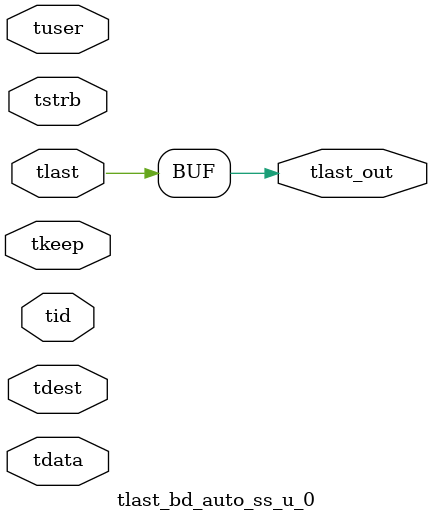
<source format=v>


`timescale 1ps/1ps

module tlast_bd_auto_ss_u_0 #
(
parameter C_S_AXIS_TID_WIDTH   = 1,
parameter C_S_AXIS_TUSER_WIDTH = 0,
parameter C_S_AXIS_TDATA_WIDTH = 0,
parameter C_S_AXIS_TDEST_WIDTH = 0
)
(
input  [(C_S_AXIS_TID_WIDTH   == 0 ? 1 : C_S_AXIS_TID_WIDTH)-1:0       ] tid,
input  [(C_S_AXIS_TDATA_WIDTH == 0 ? 1 : C_S_AXIS_TDATA_WIDTH)-1:0     ] tdata,
input  [(C_S_AXIS_TUSER_WIDTH == 0 ? 1 : C_S_AXIS_TUSER_WIDTH)-1:0     ] tuser,
input  [(C_S_AXIS_TDEST_WIDTH == 0 ? 1 : C_S_AXIS_TDEST_WIDTH)-1:0     ] tdest,
input  [(C_S_AXIS_TDATA_WIDTH/8)-1:0 ] tkeep,
input  [(C_S_AXIS_TDATA_WIDTH/8)-1:0 ] tstrb,
input  [0:0]                                                             tlast,
output                                                                   tlast_out
);

assign tlast_out = {tlast[0]};

endmodule


</source>
